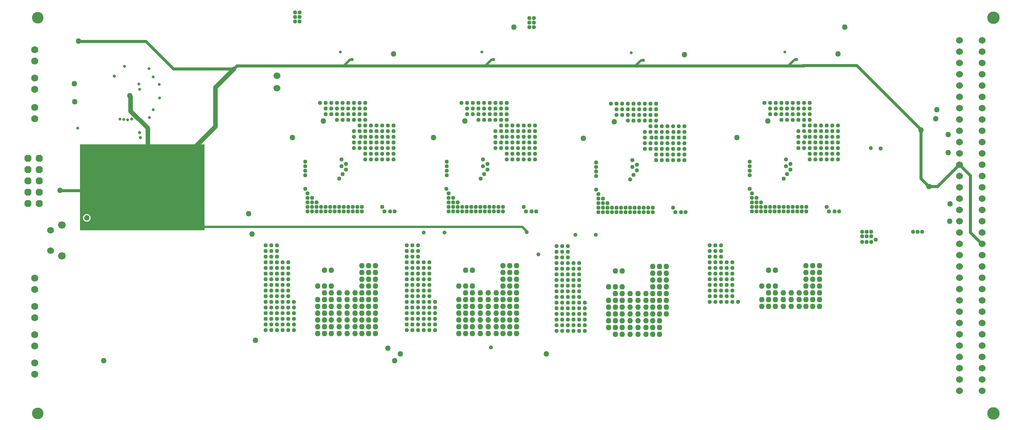
<source format=gbr>
G04 Layer_Physical_Order=3*
G04 Layer_Color=16440176*
%FSLAX45Y45*%
%MOMM*%
%TF.FileFunction,Copper,L3,Inr,Signal*%
%TF.Part,Single*%
G01*
G75*
%TA.AperFunction,Conductor*%
%ADD48C,0.63500*%
%ADD50C,0.50000*%
%TA.AperFunction,ComponentPad*%
%ADD56C,1.70000*%
%ADD57C,1.52400*%
%ADD58C,1.60000*%
G04:AMPARAMS|DCode=59|XSize=1.5748mm|YSize=1.5748mm|CornerRadius=0mm|HoleSize=0mm|Usage=FLASHONLY|Rotation=90.000|XOffset=0mm|YOffset=0mm|HoleType=Round|Shape=Octagon|*
%AMOCTAGOND59*
4,1,8,0.39370,0.78740,-0.39370,0.78740,-0.78740,0.39370,-0.78740,-0.39370,-0.39370,-0.78740,0.39370,-0.78740,0.78740,-0.39370,0.78740,0.39370,0.39370,0.78740,0.0*
%
%ADD59OCTAGOND59*%

%ADD60C,2.80000*%
%TA.AperFunction,ViaPad*%
%ADD61C,1.52400*%
%ADD62C,2.60000*%
%ADD63C,0.90000*%
%ADD64C,0.95000*%
%ADD65C,1.27000*%
%ADD66C,0.76200*%
%ADD67C,0.67200*%
%ADD68C,0.63500*%
%ADD69C,0.70000*%
%TA.AperFunction,Conductor*%
%ADD70C,1.00000*%
G36*
X6299000Y5669000D02*
X3505000D01*
X3505000Y7600999D01*
X6299000Y7601000D01*
X6299000Y5669000D01*
D02*
G37*
%LPC*%
G36*
X3659000Y6036221D02*
X3637202Y6033351D01*
X3616890Y6024937D01*
X3599447Y6011553D01*
X3586063Y5994110D01*
X3577649Y5973798D01*
X3574779Y5952000D01*
X3577649Y5930202D01*
X3586063Y5909890D01*
X3599447Y5892447D01*
X3616890Y5879063D01*
X3637202Y5870649D01*
X3659000Y5867779D01*
X3680798Y5870649D01*
X3701110Y5879063D01*
X3718553Y5892447D01*
X3731937Y5909890D01*
X3740351Y5930202D01*
X3743221Y5952000D01*
X3740351Y5973798D01*
X3731937Y5994110D01*
X3718553Y6011553D01*
X3701110Y6024937D01*
X3680798Y6033351D01*
X3659000Y6036221D01*
D02*
G37*
%LPD*%
D48*
X19728999Y9371000D02*
X20936000D01*
X6961400Y9296400D02*
X7032000Y9367000D01*
X9427000D01*
X19753000D01*
X20936000Y9371000D02*
X22375000Y7932000D01*
X22378600Y6831400D02*
Y7923600D01*
Y6831400D02*
X22555200Y6654800D01*
X22750800D01*
X23241000Y7143000D02*
X23488000Y6896000D01*
Y5622000D02*
Y6896000D01*
X22750800Y6654800D02*
X23242999Y7147000D01*
X23488000Y5622000D02*
X23750000Y5360000D01*
X4986000Y9917000D02*
X5606600Y9296400D01*
X3468000Y9917000D02*
X4986000D01*
X3051000Y6565000D02*
X4355000D01*
X5606600Y9296400D02*
X6961400D01*
D50*
X5029200Y6527800D02*
X5805000Y5752000D01*
X13428000D02*
X13533000Y5647000D01*
X5805000Y5752000D02*
X13428000D01*
X9567220Y9507220D02*
X9611360D01*
X9427000Y9367000D02*
X9567220Y9507220D01*
X12599000Y9365000D02*
X12739220Y9505220D01*
X12783360D01*
X15959000Y9352000D02*
X16099220Y9492220D01*
X16143359D01*
X19403000Y9369000D02*
X19543219Y9509220D01*
X19587360D01*
D56*
X3096300Y5794100D02*
D03*
Y5093100D02*
D03*
D57*
X2847300Y5218600D02*
D03*
Y5668600D02*
D03*
X23749001Y9937000D02*
D03*
Y9683000D02*
D03*
Y9429000D02*
D03*
Y9175000D02*
D03*
Y8921000D02*
D03*
Y8667000D02*
D03*
Y8413000D02*
D03*
Y8159000D02*
D03*
Y7905000D02*
D03*
Y7651000D02*
D03*
Y7397000D02*
D03*
Y7143000D02*
D03*
Y6889000D02*
D03*
Y6635000D02*
D03*
Y6381000D02*
D03*
Y6127000D02*
D03*
Y5873000D02*
D03*
Y5619000D02*
D03*
Y5365000D02*
D03*
Y5111000D02*
D03*
Y4857000D02*
D03*
Y4603000D02*
D03*
Y4349000D02*
D03*
Y4095000D02*
D03*
Y3841000D02*
D03*
Y3587000D02*
D03*
Y3333000D02*
D03*
Y3079000D02*
D03*
Y2825000D02*
D03*
Y2571000D02*
D03*
Y2317000D02*
D03*
Y2063000D02*
D03*
X23241000Y9937000D02*
D03*
Y9683000D02*
D03*
Y9429000D02*
D03*
Y9175000D02*
D03*
Y8921000D02*
D03*
Y8667000D02*
D03*
Y8413000D02*
D03*
Y8159000D02*
D03*
Y7905000D02*
D03*
Y7651000D02*
D03*
Y7397000D02*
D03*
Y7143000D02*
D03*
Y6889000D02*
D03*
Y6635000D02*
D03*
Y6381000D02*
D03*
Y6127000D02*
D03*
Y5873000D02*
D03*
Y5619000D02*
D03*
Y5365000D02*
D03*
Y5111000D02*
D03*
Y4857000D02*
D03*
Y4603000D02*
D03*
Y4349000D02*
D03*
Y4095000D02*
D03*
Y3841000D02*
D03*
Y3587000D02*
D03*
Y3333000D02*
D03*
Y3079000D02*
D03*
Y2825000D02*
D03*
Y2571000D02*
D03*
Y2317000D02*
D03*
Y2063000D02*
D03*
D58*
X2492400Y9474200D02*
D03*
Y9728200D02*
D03*
Y8432800D02*
D03*
Y8178800D02*
D03*
Y9093200D02*
D03*
Y8839200D02*
D03*
Y4597400D02*
D03*
Y4343400D02*
D03*
Y3962400D02*
D03*
Y3708400D02*
D03*
Y3327400D02*
D03*
Y3073400D02*
D03*
Y2692400D02*
D03*
Y2438400D02*
D03*
D59*
X2336801Y7289800D02*
D03*
X2590801D02*
D03*
Y7035800D02*
D03*
X2336801D02*
D03*
Y6781800D02*
D03*
X2590801D02*
D03*
X2336801Y6527800D02*
D03*
X2590801D02*
D03*
X2336801Y6273800D02*
D03*
X2590801D02*
D03*
D60*
X24003000Y10445000D02*
D03*
Y1555000D02*
D03*
D61*
X7924800Y8864600D02*
D03*
Y9144000D02*
D03*
D62*
X2557000Y10444400D02*
D03*
Y1554900D02*
D03*
D63*
X11222000Y5624000D02*
D03*
X11684000Y5620000D02*
D03*
X13789999Y5134000D02*
D03*
X14622000Y5573000D02*
D03*
X15077000Y5569000D02*
D03*
X12728000Y3037000D02*
D03*
X13528000Y5626000D02*
D03*
X21255000Y7515000D02*
D03*
D64*
X8331200Y10566400D02*
D03*
Y10464800D02*
D03*
Y10363200D02*
D03*
X8432800D02*
D03*
Y10464800D02*
D03*
Y10566400D02*
D03*
X13690601Y10236200D02*
D03*
Y10337800D02*
D03*
Y10439400D02*
D03*
X13589000Y10337800D02*
D03*
Y10439400D02*
D03*
Y10236200D02*
D03*
X22199600Y5638800D02*
D03*
X22301199D02*
D03*
X22402800D02*
D03*
X21361400Y5461000D02*
D03*
X21259801Y5638800D02*
D03*
Y5537200D02*
D03*
Y5410200D02*
D03*
X21158200D02*
D03*
Y5537200D02*
D03*
Y5638800D02*
D03*
X21056599Y5410200D02*
D03*
Y5537200D02*
D03*
Y5638800D02*
D03*
X9321800Y6832600D02*
D03*
X9398000Y6934200D02*
D03*
X9474200Y7035800D02*
D03*
Y7162800D02*
D03*
X9372600Y7264400D02*
D03*
Y7112000D02*
D03*
X8051800Y3429000D02*
D03*
Y3556000D02*
D03*
Y3683000D02*
D03*
Y3810000D02*
D03*
Y3937000D02*
D03*
Y4064000D02*
D03*
X8178800D02*
D03*
Y3937000D02*
D03*
Y3810000D02*
D03*
Y3683000D02*
D03*
Y3556000D02*
D03*
Y3429000D02*
D03*
X8305800Y4064000D02*
D03*
Y3937000D02*
D03*
Y3810000D02*
D03*
Y3683000D02*
D03*
Y3556000D02*
D03*
Y3429000D02*
D03*
X8178800Y4191000D02*
D03*
Y4318000D02*
D03*
Y4445000D02*
D03*
Y4572000D02*
D03*
Y4699000D02*
D03*
Y4826000D02*
D03*
Y4953000D02*
D03*
X8051800Y4191000D02*
D03*
Y4318000D02*
D03*
Y4445000D02*
D03*
Y4572000D02*
D03*
Y4699000D02*
D03*
Y4826000D02*
D03*
Y4953000D02*
D03*
X7924800Y3429000D02*
D03*
Y3556000D02*
D03*
Y3683000D02*
D03*
Y3810000D02*
D03*
Y3937000D02*
D03*
Y4064000D02*
D03*
Y4191000D02*
D03*
X7797800Y3429000D02*
D03*
Y3556000D02*
D03*
Y3683000D02*
D03*
Y3810000D02*
D03*
Y3937000D02*
D03*
Y4064000D02*
D03*
Y4191000D02*
D03*
X7670800D02*
D03*
Y4064000D02*
D03*
Y3937000D02*
D03*
Y3810000D02*
D03*
Y3683000D02*
D03*
Y3556000D02*
D03*
Y3429000D02*
D03*
X7924800Y5334000D02*
D03*
Y5207000D02*
D03*
Y5080000D02*
D03*
Y4953000D02*
D03*
Y4826000D02*
D03*
Y4699000D02*
D03*
Y4572000D02*
D03*
Y4445000D02*
D03*
Y4318000D02*
D03*
X7797800Y5334000D02*
D03*
Y5207000D02*
D03*
Y5080000D02*
D03*
Y4953000D02*
D03*
Y4826000D02*
D03*
Y4699000D02*
D03*
Y4572000D02*
D03*
Y4445000D02*
D03*
Y4318000D02*
D03*
X7670800D02*
D03*
Y4445000D02*
D03*
Y4572000D02*
D03*
Y4699000D02*
D03*
Y4826000D02*
D03*
Y4953000D02*
D03*
Y5080000D02*
D03*
Y5207000D02*
D03*
Y5334000D02*
D03*
X9525000Y8534400D02*
D03*
Y8280400D02*
D03*
Y8153400D02*
D03*
Y8407400D02*
D03*
X10541000Y7264400D02*
D03*
X10414000D02*
D03*
X10287000D02*
D03*
X10160000D02*
D03*
X10033000D02*
D03*
X9906000D02*
D03*
Y7391400D02*
D03*
X10033000D02*
D03*
X10160000D02*
D03*
X10287000D02*
D03*
X10414000D02*
D03*
X10541000D02*
D03*
X9398000Y8534400D02*
D03*
X9906000Y7645400D02*
D03*
X10033000D02*
D03*
X10160000D02*
D03*
X10287000D02*
D03*
X10414000D02*
D03*
X10541000D02*
D03*
Y7518400D02*
D03*
X10414000D02*
D03*
X10287000D02*
D03*
X10160000D02*
D03*
X10033000D02*
D03*
X9906000D02*
D03*
X9779000D02*
D03*
Y7645400D02*
D03*
X9804400Y7772400D02*
D03*
X9906000D02*
D03*
X10033000D02*
D03*
X10160000D02*
D03*
X10287000D02*
D03*
X10414000D02*
D03*
X10541000D02*
D03*
X10414000Y7899400D02*
D03*
X10289540Y7896860D02*
D03*
X10160000Y7899400D02*
D03*
X10033000D02*
D03*
X9906000D02*
D03*
X9779000D02*
D03*
X9652000Y7518400D02*
D03*
Y7645400D02*
D03*
Y7772400D02*
D03*
Y7899400D02*
D03*
X10541000D02*
D03*
Y8026400D02*
D03*
X10414000D02*
D03*
X10287000D02*
D03*
X10160000D02*
D03*
X10033000D02*
D03*
X9906000D02*
D03*
X9779000D02*
D03*
X9906000Y8153400D02*
D03*
X9779000D02*
D03*
X9652000D02*
D03*
X9906000Y8280400D02*
D03*
X9779000D02*
D03*
X9652000D02*
D03*
Y8407400D02*
D03*
X9779000D02*
D03*
X9906000D02*
D03*
X9652000Y8534400D02*
D03*
X9779000D02*
D03*
X9906000D02*
D03*
X10464800Y6096000D02*
D03*
X10287000Y6197600D02*
D03*
X8559800Y7213600D02*
D03*
Y7112000D02*
D03*
Y7010400D02*
D03*
Y6908800D02*
D03*
Y6604000D02*
D03*
X8610600Y6502400D02*
D03*
Y6400800D02*
D03*
Y6299200D02*
D03*
X8712200D02*
D03*
Y6400800D02*
D03*
X8813800Y6299200D02*
D03*
X8610600Y6197600D02*
D03*
Y6096000D02*
D03*
X8712200D02*
D03*
Y6197600D02*
D03*
X8813800D02*
D03*
Y6096000D02*
D03*
X8915400Y6197600D02*
D03*
Y6096000D02*
D03*
X9017000D02*
D03*
Y6197600D02*
D03*
X9118600D02*
D03*
Y6096000D02*
D03*
X9220200D02*
D03*
Y6197600D02*
D03*
X9321800D02*
D03*
Y6096000D02*
D03*
X9423400D02*
D03*
Y6197600D02*
D03*
X9525000D02*
D03*
Y6096000D02*
D03*
X9626600Y6197600D02*
D03*
Y6096000D02*
D03*
X9728200D02*
D03*
Y6197600D02*
D03*
X9829800D02*
D03*
Y6096000D02*
D03*
X10337800D02*
D03*
X10566400D02*
D03*
X9271000Y8534400D02*
D03*
X9144000D02*
D03*
X9017000D02*
D03*
X8890000D02*
D03*
X9398000Y8407400D02*
D03*
X9271000D02*
D03*
X9144000D02*
D03*
X9017000D02*
D03*
X9398000Y8280400D02*
D03*
Y8153400D02*
D03*
X9271000Y8280400D02*
D03*
X9144000D02*
D03*
X9017000D02*
D03*
X9271000Y8153400D02*
D03*
X21467999Y7512000D02*
D03*
X12443000Y8151400D02*
D03*
X12189000Y8278400D02*
D03*
X12316000D02*
D03*
X12443000D02*
D03*
X12570000Y8151400D02*
D03*
Y8278400D02*
D03*
X12189000Y8405400D02*
D03*
X12316000D02*
D03*
X12443000D02*
D03*
X12570000D02*
D03*
X12062000Y8532400D02*
D03*
X12189000D02*
D03*
X12316000D02*
D03*
X12443000D02*
D03*
X13738400Y6094000D02*
D03*
X13509801D02*
D03*
X11731800Y6906800D02*
D03*
Y7008400D02*
D03*
Y7110000D02*
D03*
Y7211600D02*
D03*
X13459000Y6195600D02*
D03*
X13636800Y6094000D02*
D03*
X13078000Y8532400D02*
D03*
X12950999D02*
D03*
X12824001D02*
D03*
X13078000Y8405400D02*
D03*
X12950999D02*
D03*
X12824001D02*
D03*
Y8278400D02*
D03*
X12950999D02*
D03*
X13078000D02*
D03*
X12824001Y8151400D02*
D03*
X12950999D02*
D03*
X13078000D02*
D03*
X12950999Y8024400D02*
D03*
X13078000D02*
D03*
X13205000D02*
D03*
X13332001D02*
D03*
X13459000D02*
D03*
X13586000D02*
D03*
X13713000D02*
D03*
Y7897400D02*
D03*
X12824001D02*
D03*
Y7770400D02*
D03*
Y7643400D02*
D03*
Y7516400D02*
D03*
X12950999Y7897400D02*
D03*
X13078000D02*
D03*
X13205000D02*
D03*
X13332001D02*
D03*
X13461540Y7894860D02*
D03*
X13586000Y7897400D02*
D03*
X13713000Y7770400D02*
D03*
X13586000D02*
D03*
X13459000D02*
D03*
X13332001D02*
D03*
X13205000D02*
D03*
X13078000D02*
D03*
X12976401D02*
D03*
X12950999Y7643400D02*
D03*
Y7516400D02*
D03*
X13078000D02*
D03*
X13205000D02*
D03*
X13332001D02*
D03*
X13459000D02*
D03*
X13586000D02*
D03*
X13713000D02*
D03*
Y7643400D02*
D03*
X13586000D02*
D03*
X13459000D02*
D03*
X13332001D02*
D03*
X13205000D02*
D03*
X13078000D02*
D03*
X12570000Y8532400D02*
D03*
X13713000Y7389400D02*
D03*
X13586000D02*
D03*
X13459000D02*
D03*
X13332001D02*
D03*
X13205000D02*
D03*
X13078000D02*
D03*
Y7262400D02*
D03*
X13205000D02*
D03*
X13332001D02*
D03*
X13459000D02*
D03*
X13586000D02*
D03*
X13713000D02*
D03*
X12697000Y8405400D02*
D03*
Y8151400D02*
D03*
Y8278400D02*
D03*
Y8532400D02*
D03*
X12544600Y7110000D02*
D03*
Y7262400D02*
D03*
X12646200Y7160800D02*
D03*
Y7033800D02*
D03*
X12570000Y6932200D02*
D03*
X12493800Y6830600D02*
D03*
X15803000Y8138400D02*
D03*
X15549001Y8265400D02*
D03*
X15675999D02*
D03*
X15803000D02*
D03*
X15930000Y8138400D02*
D03*
Y8265400D02*
D03*
X15549001Y8392400D02*
D03*
X15675999D02*
D03*
X15803000D02*
D03*
X15930000D02*
D03*
X15422000Y8519400D02*
D03*
X15549001D02*
D03*
X15675999D02*
D03*
X15803000D02*
D03*
X17098399Y6081000D02*
D03*
X16869800D02*
D03*
X16361800D02*
D03*
Y6182600D02*
D03*
X16260201D02*
D03*
Y6081000D02*
D03*
X16158600D02*
D03*
Y6182600D02*
D03*
X16057001Y6081000D02*
D03*
Y6182600D02*
D03*
X15955400D02*
D03*
Y6081000D02*
D03*
X15853799D02*
D03*
Y6182600D02*
D03*
X15752200D02*
D03*
Y6081000D02*
D03*
X15650600D02*
D03*
Y6182600D02*
D03*
X15549001D02*
D03*
Y6081000D02*
D03*
X15447400D02*
D03*
Y6182600D02*
D03*
X15345799Y6081000D02*
D03*
Y6182600D02*
D03*
X15244200D02*
D03*
Y6081000D02*
D03*
X15142599D02*
D03*
Y6182600D02*
D03*
X15345799Y6284200D02*
D03*
X15244200Y6385800D02*
D03*
Y6284200D02*
D03*
X15142599D02*
D03*
Y6385800D02*
D03*
Y6487400D02*
D03*
X15091800Y6589000D02*
D03*
Y6893800D02*
D03*
Y6995400D02*
D03*
Y7097000D02*
D03*
Y7198600D02*
D03*
X16819000Y6182600D02*
D03*
X16996800Y6081000D02*
D03*
X16438000Y8519400D02*
D03*
X16311000D02*
D03*
X16184000D02*
D03*
X16438000Y8392400D02*
D03*
X16311000D02*
D03*
X16184000D02*
D03*
Y8265400D02*
D03*
X16311000D02*
D03*
X16438000D02*
D03*
X16184000Y8138400D02*
D03*
X16311000D02*
D03*
X16438000D02*
D03*
X16311000Y8011400D02*
D03*
X16438000D02*
D03*
X16564999D02*
D03*
X16692000D02*
D03*
X16819000D02*
D03*
X16946001D02*
D03*
X17073000D02*
D03*
Y7884400D02*
D03*
X16184000D02*
D03*
Y7757400D02*
D03*
Y7630400D02*
D03*
Y7503400D02*
D03*
X16311000Y7884400D02*
D03*
X16438000D02*
D03*
X16564999D02*
D03*
X16692000D02*
D03*
X16821539Y7881860D02*
D03*
X16946001Y7884400D02*
D03*
X17073000Y7757400D02*
D03*
X16946001D02*
D03*
X16819000D02*
D03*
X16692000D02*
D03*
X16564999D02*
D03*
X16438000D02*
D03*
X16336400D02*
D03*
X16311000Y7630400D02*
D03*
Y7503400D02*
D03*
X16438000D02*
D03*
X16564999D02*
D03*
X16692000D02*
D03*
X16819000D02*
D03*
X16946001D02*
D03*
X17073000D02*
D03*
Y7630400D02*
D03*
X16946001D02*
D03*
X16819000D02*
D03*
X16692000D02*
D03*
X16564999D02*
D03*
X16438000D02*
D03*
X15930000Y8519400D02*
D03*
X17073000Y7376400D02*
D03*
X16946001D02*
D03*
X16819000D02*
D03*
X16692000D02*
D03*
X16564999D02*
D03*
X16438000D02*
D03*
Y7249400D02*
D03*
X16564999D02*
D03*
X16692000D02*
D03*
X16819000D02*
D03*
X16946001D02*
D03*
X17073000D02*
D03*
X16057001Y8392400D02*
D03*
Y8138400D02*
D03*
Y8265400D02*
D03*
Y8519400D02*
D03*
X15904601Y7097000D02*
D03*
Y7249400D02*
D03*
X16006200Y7147800D02*
D03*
Y7020800D02*
D03*
X15930000Y6919200D02*
D03*
X15853799Y6817600D02*
D03*
X19247000Y8155400D02*
D03*
X18992999Y8282400D02*
D03*
X19120000D02*
D03*
X19247000D02*
D03*
X19374001Y8155400D02*
D03*
Y8282400D02*
D03*
X18992999Y8409400D02*
D03*
X19120000D02*
D03*
X19247000D02*
D03*
X19374001D02*
D03*
X18866000Y8536400D02*
D03*
X18992999D02*
D03*
X19120000D02*
D03*
X19247000D02*
D03*
X20542400Y6098000D02*
D03*
X20313800D02*
D03*
X19805800D02*
D03*
Y6199600D02*
D03*
X19704201D02*
D03*
Y6098000D02*
D03*
X19602600D02*
D03*
Y6199600D02*
D03*
X19500999Y6098000D02*
D03*
Y6199600D02*
D03*
X19399400D02*
D03*
Y6098000D02*
D03*
X19297800D02*
D03*
Y6199600D02*
D03*
X19196201D02*
D03*
Y6098000D02*
D03*
X19094600D02*
D03*
Y6199600D02*
D03*
X18992999D02*
D03*
Y6098000D02*
D03*
X18891400D02*
D03*
Y6199600D02*
D03*
X18789799Y6098000D02*
D03*
Y6199600D02*
D03*
X18688200D02*
D03*
Y6098000D02*
D03*
X18586600D02*
D03*
Y6199600D02*
D03*
X18789799Y6301200D02*
D03*
X18688200Y6402800D02*
D03*
Y6301200D02*
D03*
X18586600D02*
D03*
Y6402800D02*
D03*
Y6504400D02*
D03*
X18535800Y6606000D02*
D03*
Y6910800D02*
D03*
Y7012400D02*
D03*
Y7114000D02*
D03*
Y7215600D02*
D03*
X20263000Y6199600D02*
D03*
X20440800Y6098000D02*
D03*
X19882001Y8536400D02*
D03*
X19755000D02*
D03*
X19628000D02*
D03*
X19882001Y8409400D02*
D03*
X19755000D02*
D03*
X19628000D02*
D03*
Y8282400D02*
D03*
X19755000D02*
D03*
X19882001D02*
D03*
X19628000Y8155400D02*
D03*
X19755000D02*
D03*
X19882001D02*
D03*
X19755000Y8028400D02*
D03*
X19882001D02*
D03*
X20009000D02*
D03*
X20136000D02*
D03*
X20263000D02*
D03*
X20389999D02*
D03*
X20517000D02*
D03*
Y7901400D02*
D03*
X19628000D02*
D03*
Y7774400D02*
D03*
Y7647400D02*
D03*
Y7520400D02*
D03*
X19755000Y7901400D02*
D03*
X19882001D02*
D03*
X20009000D02*
D03*
X20136000D02*
D03*
X20265540Y7898860D02*
D03*
X20389999Y7901400D02*
D03*
X20517000Y7774400D02*
D03*
X20389999D02*
D03*
X20263000D02*
D03*
X20136000D02*
D03*
X20009000D02*
D03*
X19882001D02*
D03*
X19780400D02*
D03*
X19755000Y7647400D02*
D03*
Y7520400D02*
D03*
X19882001D02*
D03*
X20009000D02*
D03*
X20136000D02*
D03*
X20263000D02*
D03*
X20389999D02*
D03*
X20517000D02*
D03*
Y7647400D02*
D03*
X20389999D02*
D03*
X20263000D02*
D03*
X20136000D02*
D03*
X20009000D02*
D03*
X19882001D02*
D03*
X19374001Y8536400D02*
D03*
X20517000Y7393400D02*
D03*
X20389999D02*
D03*
X20263000D02*
D03*
X20136000D02*
D03*
X20009000D02*
D03*
X19882001D02*
D03*
Y7266400D02*
D03*
X20009000D02*
D03*
X20136000D02*
D03*
X20263000D02*
D03*
X20389999D02*
D03*
X20517000D02*
D03*
X19500999Y8409400D02*
D03*
Y8155400D02*
D03*
Y8282400D02*
D03*
Y8536400D02*
D03*
X19348599Y7114000D02*
D03*
Y7266400D02*
D03*
X19450200Y7164800D02*
D03*
Y7037800D02*
D03*
X19374001Y6936200D02*
D03*
X19297800Y6834600D02*
D03*
X12995799Y6093000D02*
D03*
Y6194600D02*
D03*
X12894200D02*
D03*
Y6093000D02*
D03*
X12792600D02*
D03*
Y6194600D02*
D03*
X12691000Y6093000D02*
D03*
Y6194600D02*
D03*
X12589400D02*
D03*
Y6093000D02*
D03*
X12487800D02*
D03*
Y6194600D02*
D03*
X12386200D02*
D03*
Y6093000D02*
D03*
X12284600D02*
D03*
Y6194600D02*
D03*
X12183000D02*
D03*
Y6093000D02*
D03*
X12081400D02*
D03*
Y6194600D02*
D03*
X11979800Y6093000D02*
D03*
Y6194600D02*
D03*
X11878200D02*
D03*
Y6093000D02*
D03*
X11776600D02*
D03*
Y6194600D02*
D03*
X11979800Y6296200D02*
D03*
X11878200Y6397800D02*
D03*
Y6296200D02*
D03*
X11776600D02*
D03*
Y6397800D02*
D03*
Y6499400D02*
D03*
X11725800Y6601000D02*
D03*
X10835800Y5334000D02*
D03*
Y5207000D02*
D03*
Y5080000D02*
D03*
Y4953000D02*
D03*
Y4826000D02*
D03*
Y4699000D02*
D03*
Y4572000D02*
D03*
Y4445000D02*
D03*
Y4318000D02*
D03*
X10962800D02*
D03*
Y4445000D02*
D03*
Y4572000D02*
D03*
Y4699000D02*
D03*
Y4826000D02*
D03*
Y4953000D02*
D03*
Y5080000D02*
D03*
Y5207000D02*
D03*
Y5334000D02*
D03*
X11089800Y4318000D02*
D03*
Y4445000D02*
D03*
Y4572000D02*
D03*
Y4699000D02*
D03*
Y4826000D02*
D03*
Y4953000D02*
D03*
Y5080000D02*
D03*
Y5207000D02*
D03*
Y5334000D02*
D03*
X10835800Y3429000D02*
D03*
Y3556000D02*
D03*
Y3683000D02*
D03*
Y3810000D02*
D03*
Y3937000D02*
D03*
Y4064000D02*
D03*
Y4191000D02*
D03*
X10962800D02*
D03*
Y4064000D02*
D03*
Y3937000D02*
D03*
Y3810000D02*
D03*
Y3683000D02*
D03*
Y3556000D02*
D03*
Y3429000D02*
D03*
X11089800Y4191000D02*
D03*
Y4064000D02*
D03*
Y3937000D02*
D03*
Y3810000D02*
D03*
Y3683000D02*
D03*
Y3556000D02*
D03*
Y3429000D02*
D03*
X11216800Y4953000D02*
D03*
Y4826000D02*
D03*
Y4699000D02*
D03*
Y4572000D02*
D03*
Y4445000D02*
D03*
Y4318000D02*
D03*
Y4191000D02*
D03*
X11343800Y4953000D02*
D03*
Y4826000D02*
D03*
Y4699000D02*
D03*
Y4572000D02*
D03*
Y4445000D02*
D03*
Y4318000D02*
D03*
Y4191000D02*
D03*
X11470800Y3429000D02*
D03*
Y3556000D02*
D03*
Y3683000D02*
D03*
Y3810000D02*
D03*
Y3937000D02*
D03*
Y4064000D02*
D03*
X11343800Y3429000D02*
D03*
Y3556000D02*
D03*
Y3683000D02*
D03*
Y3810000D02*
D03*
Y3937000D02*
D03*
Y4064000D02*
D03*
X11216800D02*
D03*
Y3937000D02*
D03*
Y3810000D02*
D03*
Y3683000D02*
D03*
Y3556000D02*
D03*
Y3429000D02*
D03*
X14197800Y5314000D02*
D03*
Y5187000D02*
D03*
Y5060000D02*
D03*
Y4933000D02*
D03*
Y4806000D02*
D03*
Y4679000D02*
D03*
Y4552000D02*
D03*
Y4425000D02*
D03*
Y4298000D02*
D03*
X14324800D02*
D03*
Y4425000D02*
D03*
Y4552000D02*
D03*
Y4679000D02*
D03*
Y4806000D02*
D03*
Y4933000D02*
D03*
Y5060000D02*
D03*
Y5187000D02*
D03*
Y5314000D02*
D03*
X14451801Y4298000D02*
D03*
Y4425000D02*
D03*
Y4552000D02*
D03*
Y4679000D02*
D03*
Y4806000D02*
D03*
Y4933000D02*
D03*
Y5060000D02*
D03*
Y5187000D02*
D03*
Y5314000D02*
D03*
X14197800Y3409000D02*
D03*
Y3536000D02*
D03*
Y3663000D02*
D03*
Y3790000D02*
D03*
Y3917000D02*
D03*
Y4044000D02*
D03*
Y4171000D02*
D03*
X14324800D02*
D03*
Y4044000D02*
D03*
Y3917000D02*
D03*
Y3790000D02*
D03*
Y3663000D02*
D03*
Y3536000D02*
D03*
Y3409000D02*
D03*
X14451801Y4171000D02*
D03*
Y4044000D02*
D03*
Y3917000D02*
D03*
Y3790000D02*
D03*
Y3663000D02*
D03*
Y3536000D02*
D03*
Y3409000D02*
D03*
X14578799Y4933000D02*
D03*
Y4806000D02*
D03*
Y4679000D02*
D03*
Y4552000D02*
D03*
Y4425000D02*
D03*
Y4298000D02*
D03*
Y4171000D02*
D03*
X14705800Y4933000D02*
D03*
Y4806000D02*
D03*
Y4679000D02*
D03*
Y4552000D02*
D03*
Y4425000D02*
D03*
Y4298000D02*
D03*
Y4171000D02*
D03*
X14832800Y3409000D02*
D03*
Y3536000D02*
D03*
Y3663000D02*
D03*
Y3790000D02*
D03*
Y3917000D02*
D03*
Y4044000D02*
D03*
X14705800Y3409000D02*
D03*
Y3536000D02*
D03*
Y3663000D02*
D03*
Y3790000D02*
D03*
Y3917000D02*
D03*
Y4044000D02*
D03*
X14578799D02*
D03*
Y3917000D02*
D03*
Y3790000D02*
D03*
Y3663000D02*
D03*
Y3536000D02*
D03*
Y3409000D02*
D03*
X17637801Y5334000D02*
D03*
Y5207000D02*
D03*
Y5080000D02*
D03*
Y4953000D02*
D03*
Y4826000D02*
D03*
Y4699000D02*
D03*
Y4572000D02*
D03*
Y4445000D02*
D03*
Y4318000D02*
D03*
X17764799D02*
D03*
Y4445000D02*
D03*
Y4572000D02*
D03*
Y4699000D02*
D03*
Y4826000D02*
D03*
Y4953000D02*
D03*
Y5080000D02*
D03*
Y5207000D02*
D03*
Y5334000D02*
D03*
X17891800Y4318000D02*
D03*
Y4445000D02*
D03*
Y4572000D02*
D03*
Y4699000D02*
D03*
Y4826000D02*
D03*
Y4953000D02*
D03*
Y5080000D02*
D03*
Y5207000D02*
D03*
Y5334000D02*
D03*
X17637801Y4064000D02*
D03*
Y4191000D02*
D03*
X17764799D02*
D03*
Y4064000D02*
D03*
X17891800Y4191000D02*
D03*
Y4064000D02*
D03*
X18018800Y4953000D02*
D03*
Y4826000D02*
D03*
Y4699000D02*
D03*
Y4572000D02*
D03*
Y4445000D02*
D03*
Y4318000D02*
D03*
Y4191000D02*
D03*
X18145799Y4953000D02*
D03*
Y4826000D02*
D03*
Y4699000D02*
D03*
Y4572000D02*
D03*
Y4445000D02*
D03*
Y4318000D02*
D03*
Y4191000D02*
D03*
X18272800Y4064000D02*
D03*
X18145799D02*
D03*
X18018800D02*
D03*
D65*
X20667979Y10233660D02*
D03*
X13238480D02*
D03*
X3377000Y8967540D02*
D03*
X3389700Y8561000D02*
D03*
X22734200Y8383200D02*
D03*
X22378600Y7923600D02*
D03*
X22708800Y8177600D02*
D03*
X22555200Y6654800D02*
D03*
X22987000Y7823200D02*
D03*
Y7416800D02*
D03*
X23026401Y6262400D02*
D03*
X23018800Y5873801D02*
D03*
X10134600Y3505200D02*
D03*
Y3657600D02*
D03*
X9982200D02*
D03*
Y3505200D02*
D03*
X9829800Y3657600D02*
D03*
Y3505200D02*
D03*
Y3352800D02*
D03*
X9982200D02*
D03*
X10134600D02*
D03*
X9677400Y3505200D02*
D03*
X9321800Y3657600D02*
D03*
X9499600Y3352800D02*
D03*
X9677400D02*
D03*
X9144000Y3505200D02*
D03*
Y3657600D02*
D03*
X8991600D02*
D03*
Y3505200D02*
D03*
X8839200Y3657600D02*
D03*
Y3505200D02*
D03*
Y3352800D02*
D03*
X8991600D02*
D03*
X9144000D02*
D03*
X9677400Y3657600D02*
D03*
X9321800Y3505200D02*
D03*
Y3352800D02*
D03*
X9499600Y3505200D02*
D03*
Y3657600D02*
D03*
Y4114800D02*
D03*
Y3962400D02*
D03*
X9321800Y3810000D02*
D03*
Y3962400D02*
D03*
X9677400Y4267200D02*
D03*
Y4114800D02*
D03*
X9144000Y3810000D02*
D03*
X8991600D02*
D03*
X8839200D02*
D03*
Y3962400D02*
D03*
Y4114800D02*
D03*
X8991600Y3962400D02*
D03*
Y4114800D02*
D03*
X9144000D02*
D03*
Y3962400D02*
D03*
X9677400Y3810000D02*
D03*
X9499600D02*
D03*
X9321800Y4114800D02*
D03*
X9677400Y3962400D02*
D03*
X10134600Y3810000D02*
D03*
X9982200D02*
D03*
X9829800D02*
D03*
Y3962400D02*
D03*
Y4114800D02*
D03*
X9982200Y3962400D02*
D03*
Y4114800D02*
D03*
X10134600D02*
D03*
Y3962400D02*
D03*
Y4724400D02*
D03*
X9982200D02*
D03*
X9829800D02*
D03*
Y4876800D02*
D03*
X9982200D02*
D03*
X10134600D02*
D03*
X4038600Y2743200D02*
D03*
X10566400D02*
D03*
X13970000Y2895600D02*
D03*
X10693400D02*
D03*
X7442200Y3200400D02*
D03*
X10414000Y3022600D02*
D03*
X8991600Y4775200D02*
D03*
X9144000D02*
D03*
X8991600Y4267200D02*
D03*
X8839200Y4419600D02*
D03*
X8991600D02*
D03*
X9144000D02*
D03*
Y4267200D02*
D03*
X9321800D02*
D03*
X9499600D02*
D03*
X10134600Y4419600D02*
D03*
Y4572000D02*
D03*
X9982200D02*
D03*
Y4419600D02*
D03*
X9829800Y4572000D02*
D03*
Y4419600D02*
D03*
Y4267200D02*
D03*
X9982200D02*
D03*
X10134600D02*
D03*
X10541000Y9634220D02*
D03*
X8269000Y7753401D02*
D03*
X7366000Y5588000D02*
D03*
X7289800Y6045200D02*
D03*
X8966200Y8128000D02*
D03*
X5026000Y6525000D02*
D03*
X3659000Y5952000D02*
D03*
X3471200Y9919400D02*
D03*
X4355000Y6565000D02*
D03*
X3055000Y6569000D02*
D03*
X5283000Y6512000D02*
D03*
X4623000Y8695000D02*
D03*
X4181000Y6566000D02*
D03*
X4188000Y6049000D02*
D03*
X4511000Y6135000D02*
D03*
X4862000Y6143000D02*
D03*
X5147000Y6282000D02*
D03*
X4357000Y6401000D02*
D03*
X12138200Y8126000D02*
D03*
X11441000Y7751401D02*
D03*
X15498199Y8113000D02*
D03*
X14800999Y7738401D02*
D03*
X17073000Y9619220D02*
D03*
X18942200Y8130000D02*
D03*
X18245000Y7755401D02*
D03*
X20517000Y9636220D02*
D03*
X13299600Y4267200D02*
D03*
X13147200D02*
D03*
X12994800D02*
D03*
Y4419600D02*
D03*
Y4572000D02*
D03*
X13147200Y4419600D02*
D03*
Y4572000D02*
D03*
X13299600D02*
D03*
Y4419600D02*
D03*
X12664600Y4267200D02*
D03*
X12486800D02*
D03*
X12309000D02*
D03*
Y4419600D02*
D03*
X12156600D02*
D03*
X12004200D02*
D03*
X12156600Y4267200D02*
D03*
X12309000Y4775200D02*
D03*
X12156600D02*
D03*
X13299600Y4876800D02*
D03*
X13147200D02*
D03*
X12994800D02*
D03*
Y4724400D02*
D03*
X13147200D02*
D03*
X13299600D02*
D03*
Y3962400D02*
D03*
Y4114800D02*
D03*
X13147200D02*
D03*
Y3962400D02*
D03*
X12994800Y4114800D02*
D03*
Y3962400D02*
D03*
Y3810000D02*
D03*
X13147200D02*
D03*
X13299600D02*
D03*
X12842400Y3962400D02*
D03*
X12486800Y4114800D02*
D03*
X12664600Y3810000D02*
D03*
X12842400D02*
D03*
X12309000Y3962400D02*
D03*
Y4114800D02*
D03*
X12156600D02*
D03*
Y3962400D02*
D03*
X12004200Y4114800D02*
D03*
Y3962400D02*
D03*
Y3810000D02*
D03*
X12156600D02*
D03*
X12309000D02*
D03*
X12842400Y4114800D02*
D03*
Y4267200D02*
D03*
X12486800Y3962400D02*
D03*
Y3810000D02*
D03*
X12664600Y3962400D02*
D03*
Y4114800D02*
D03*
Y3657600D02*
D03*
Y3505200D02*
D03*
X12486800Y3352800D02*
D03*
Y3505200D02*
D03*
X12842400Y3657600D02*
D03*
X12309000Y3352800D02*
D03*
X12156600D02*
D03*
X12004200D02*
D03*
Y3505200D02*
D03*
Y3657600D02*
D03*
X12156600Y3505200D02*
D03*
Y3657600D02*
D03*
X12309000D02*
D03*
Y3505200D02*
D03*
X12842400Y3352800D02*
D03*
X12664600D02*
D03*
X12486800Y3657600D02*
D03*
X12842400Y3505200D02*
D03*
X13299600Y3352800D02*
D03*
X13147200D02*
D03*
X12994800D02*
D03*
Y3505200D02*
D03*
Y3657600D02*
D03*
X13147200Y3505200D02*
D03*
Y3657600D02*
D03*
X13299600D02*
D03*
Y3505200D02*
D03*
X16661600Y4247200D02*
D03*
X16509200D02*
D03*
X16356799D02*
D03*
Y4399600D02*
D03*
Y4552000D02*
D03*
X16509200Y4399600D02*
D03*
Y4552000D02*
D03*
X16661600D02*
D03*
Y4399600D02*
D03*
X16026601Y4247200D02*
D03*
X15848801D02*
D03*
X15671001D02*
D03*
Y4399600D02*
D03*
X15518600D02*
D03*
X15366200D02*
D03*
X15518600Y4247200D02*
D03*
X15671001Y4755200D02*
D03*
X15518600D02*
D03*
X16661600Y4856800D02*
D03*
X16509200D02*
D03*
X16356799D02*
D03*
Y4704400D02*
D03*
X16509200D02*
D03*
X16661600D02*
D03*
Y3942400D02*
D03*
Y4094800D02*
D03*
X16509200D02*
D03*
Y3942400D02*
D03*
X16356799Y4094800D02*
D03*
Y3942400D02*
D03*
Y3790000D02*
D03*
X16509200D02*
D03*
X16661600D02*
D03*
X16204401Y3942400D02*
D03*
X15848801Y4094800D02*
D03*
X16026601Y3790000D02*
D03*
X16204401D02*
D03*
X15671001Y3942400D02*
D03*
Y4094800D02*
D03*
X15518600D02*
D03*
Y3942400D02*
D03*
X15366200Y4094800D02*
D03*
Y3942400D02*
D03*
Y3790000D02*
D03*
X15518600D02*
D03*
X15671001D02*
D03*
X16204401Y4094800D02*
D03*
Y4247200D02*
D03*
X15848801Y3942400D02*
D03*
Y3790000D02*
D03*
X16026601Y3942400D02*
D03*
Y4094800D02*
D03*
Y3637600D02*
D03*
Y3485200D02*
D03*
X15848801Y3332800D02*
D03*
Y3485200D02*
D03*
X16204401Y3637600D02*
D03*
X15671001Y3332800D02*
D03*
X15518600D02*
D03*
X15366200Y3485200D02*
D03*
Y3637600D02*
D03*
X15518600Y3485200D02*
D03*
Y3637600D02*
D03*
X15671001D02*
D03*
Y3485200D02*
D03*
X16204401Y3332800D02*
D03*
X16026601D02*
D03*
X15848801Y3637600D02*
D03*
X16204401Y3485200D02*
D03*
X16509200Y3332800D02*
D03*
X16356799D02*
D03*
Y3485200D02*
D03*
Y3637600D02*
D03*
X16509200Y3485200D02*
D03*
Y3637600D02*
D03*
X20101601Y4267200D02*
D03*
X19949200D02*
D03*
X19796800D02*
D03*
Y4419600D02*
D03*
Y4572000D02*
D03*
X19949200Y4419600D02*
D03*
Y4572000D02*
D03*
X20101601D02*
D03*
Y4419600D02*
D03*
X19466600Y4267200D02*
D03*
X19288800D02*
D03*
X19111000D02*
D03*
Y4419600D02*
D03*
X18958600D02*
D03*
X18806200D02*
D03*
X18958600Y4267200D02*
D03*
X19111000Y4775200D02*
D03*
X18958600D02*
D03*
X20101601Y4876800D02*
D03*
X19949200D02*
D03*
X19796800D02*
D03*
Y4724400D02*
D03*
X19949200D02*
D03*
X20101601D02*
D03*
Y3962400D02*
D03*
Y4114800D02*
D03*
X19949200D02*
D03*
Y3962400D02*
D03*
X19796800Y4114800D02*
D03*
Y3962400D02*
D03*
X19644400D02*
D03*
X19288800Y4114800D02*
D03*
X19111000Y3962400D02*
D03*
Y4114800D02*
D03*
X18958600D02*
D03*
Y3962400D02*
D03*
X18806200Y4114800D02*
D03*
Y3962400D02*
D03*
X19644400Y4114800D02*
D03*
Y4267200D02*
D03*
X19288800Y3962400D02*
D03*
X19466600D02*
D03*
Y4114800D02*
D03*
D66*
X9611360Y9507220D02*
D03*
X12783360Y9505220D02*
D03*
X16143359Y9492220D02*
D03*
X19587360Y9509220D02*
D03*
D67*
X9347200Y9677400D02*
D03*
X12519200Y9675400D02*
D03*
X15879201Y9662400D02*
D03*
X19323199Y9679400D02*
D03*
D68*
X4843400Y8842800D02*
D03*
X4825000Y8955000D02*
D03*
X4666400Y8168800D02*
D03*
X4406000Y8166000D02*
D03*
X4492000Y8161000D02*
D03*
X4576000Y8151000D02*
D03*
X5061400Y8201800D02*
D03*
X5148400Y8379800D02*
D03*
X5058400Y9306800D02*
D03*
X4505400Y9358800D02*
D03*
X5144400Y9114800D02*
D03*
X5285400Y8951800D02*
D03*
X5288400Y8647800D02*
D03*
X3451000Y7970000D02*
D03*
D69*
X4844400Y7863800D02*
D03*
X4862400Y7751800D02*
D03*
X4274400Y9133800D02*
D03*
D70*
X5029200Y6527800D02*
X5059800D01*
X6021000Y7489000D01*
X6033800Y7493191D02*
X6544000Y8003391D01*
Y8882000D01*
X6958400Y9296400D01*
X5026000Y6525000D02*
Y7966000D01*
X4642000Y8350000D02*
X5026000Y7966000D01*
X4642000Y8350000D02*
Y8675000D01*
%TF.MD5,b2f7c259db694d0e96ab57085c63a89d*%
M02*

</source>
